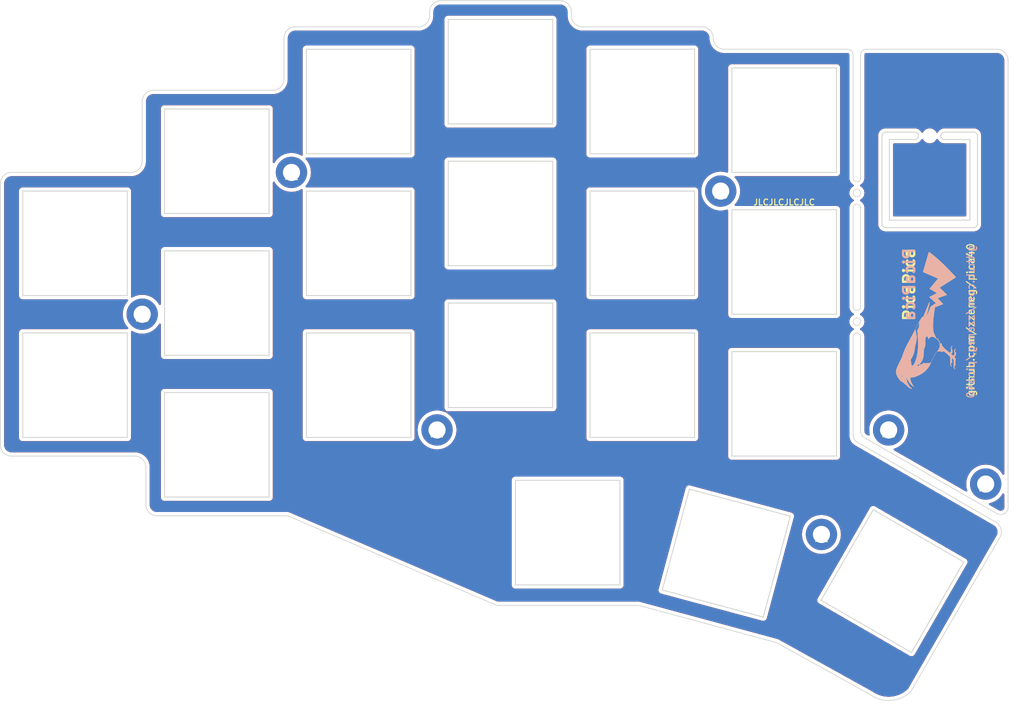
<source format=kicad_pcb>
(kicad_pcb (version 20211014) (generator pcbnew)
  (layers (0 "F.Cu" signal) (31 "B.Cu" signal) (34 "B.Paste" user) (35 "F.Paste" user) (36 "B.SilkS" user "B.Silkscreen") (37 "F.SilkS" user "F.Silkscreen") (38 "B.Mask" user) (39 "F.Mask" user) (44 "Edge.Cuts" user))
  (net 0 "")
  (footprint "kbd:SW_Hole" (layer "F.Cu") (at 135.5 99)
    (fp_text reference "SW13" hide)
    (fp_text value "SW_PUSH" hide)
    (fp_line (start -7 -7) (end -7 7) (layer "Edge.Cuts") (width 0.12))
    (fp_line (start -7 7) (end 7 7) (layer "Edge.Cuts") (width 0.12))
    (fp_line (start 7 7) (end 7 -7) (layer "Edge.Cuts") (width 0.12))
    (fp_line (start 7 -7) (end -7 -7) (layer "Edge.Cuts") (width 0.12))
  )
  (footprint "kbd:SW_Hole" (layer "F.Cu") (at 173.5 86.5)
    (fp_text reference "SW10" hide)
    (fp_text value "SW_PUSH" hide)
    (fp_line (start -7 -7) (end -7 7) (layer "Edge.Cuts") (width 0.12))
    (fp_line (start 7 -7) (end -7 -7) (layer "Edge.Cuts") (width 0.12))
    (fp_line (start 7 7) (end 7 -7) (layer "Edge.Cuts") (width 0.12))
    (fp_line (start -7 7) (end 7 7) (layer "Edge.Cuts") (width 0.12))
  )
  (footprint "kbd:SW_Hole" (layer "F.Cu") (at 97.5 111)
    (fp_text reference "SW11" hide)
    (fp_text value "SW_PUSH" hide)
    (fp_line (start -7 7) (end 7 7) (layer "Edge.Cuts") (width 0.12))
    (fp_line (start 7 7) (end 7 -7) (layer "Edge.Cuts") (width 0.12))
    (fp_line (start -7 -7) (end -7 7) (layer "Edge.Cuts") (width 0.12))
    (fp_line (start 7 -7) (end -7 -7) (layer "Edge.Cuts") (width 0.12))
  )
  (footprint "kbd:M2_Hole_TH" (layer "F.Cu") (at 187.5 109)
    (fp_text reference "H6" (at 0 0.5) (layer "F.SilkS"))
    (fp_text value "MountingHole")
    (pad "" thru_hole circle locked (at 0 0) (size 4.2 4.2) (drill 2.3) (layers *.Cu *.Mask))
  )
  (footprint "kbd:SW_Hole" (layer "F.Cu") (at 173.5 67.5)
    (fp_text reference "SW5" hide)
    (fp_text value "SW_PUSH" hide)
    (fp_line (start -7 7) (end 7 7) (layer "Edge.Cuts") (width 0.12))
    (fp_line (start 7 7) (end 7 -7) (layer "Edge.Cuts") (width 0.12))
    (fp_line (start 7 -7) (end -7 -7) (layer "Edge.Cuts") (width 0.12))
    (fp_line (start -7 -7) (end -7 7) (layer "Edge.Cuts") (width 0.12))
  )
  (footprint "kbd:SW_Hole" (layer "F.Cu") (at 116.5 103)
    (fp_text reference "SW12" hide)
    (fp_text value "SW_PUSH" hide)
    (fp_line (start -7 7) (end 7 7) (layer "Edge.Cuts") (width 0.12))
    (fp_line (start 7 7) (end 7 -7) (layer "Edge.Cuts") (width 0.12))
    (fp_line (start -7 -7) (end -7 7) (layer "Edge.Cuts") (width 0.12))
    (fp_line (start 7 -7) (end -7 -7) (layer "Edge.Cuts") (width 0.12))
  )
  (footprint "kbd:SW_Hole" (layer "F.Cu") (at 173.5 105.5)
    (fp_text reference "SW15" hide)
    (fp_text value "SW_PUSH" hide)
    (fp_line (start 7 -7) (end -7 -7) (layer "Edge.Cuts") (width 0.12))
    (fp_line (start -7 7) (end 7 7) (layer "Edge.Cuts") (width 0.12))
    (fp_line (start -7 -7) (end -7 7) (layer "Edge.Cuts") (width 0.12))
    (fp_line (start 7 7) (end 7 -7) (layer "Edge.Cuts") (width 0.12))
  )
  (footprint "kbd:M2_Hole_TH" (layer "F.Cu") (at 178.5 123)
    (fp_text reference "H2" (at 0 0.5) (layer "F.SilkS"))
    (fp_text value "MountingHole")
    (pad "" thru_hole circle locked (at 0 0) (size 4.2 4.2) (drill 2.3) (layers *.Cu *.Mask))
  )
  (footprint "kbd:SW_Hole" (layer "F.Cu") (at 116.5 65)
    (fp_text reference "SW2" hide)
    (fp_text value "SW_PUSH" hide)
    (fp_line (start 7 7) (end 7 -7) (layer "Edge.Cuts") (width 0.12))
    (fp_line (start -7 7) (end 7 7) (layer "Edge.Cuts") (width 0.12))
    (fp_line (start -7 -7) (end -7 7) (layer "Edge.Cuts") (width 0.12))
    (fp_line (start 7 -7) (end -7 -7) (layer "Edge.Cuts") (width 0.12))
  )
  (footprint "kbd:M2_Hole_TH" (layer "F.Cu") (at 87.5 93.5)
    (fp_text reference "H3" (at 0 0.5) (layer "F.SilkS"))
    (fp_text value "MountingHole")
    (pad "" thru_hole circle locked (at 0 0) (size 4.2 4.2) (drill 2.3) (layers *.Cu *.Mask))
  )
  (footprint "pica:EC11_Hole_Breakaway" (layer "F.Cu") (at 193 75.5 -90)
    (fp_text reference "RE1" hide)
    (fp_text value "RotaryEncoder_Switch" hide)
    (fp_line (start -5.4 5.4) (end -5.4 2) (layer "Edge.Cuts") (width 0.12))
    (fp_line (start -6.4 -5.9) (end -6.4 -2) (layer "Edge.Cuts") (width 0.12))
    (fp_line (start 5.9 6.4) (end -5.9 6.4) (layer "Edge.Cuts") (width 0.12))
    (fp_line (start -6.4 2) (end -6.4 5.9) (layer "Edge.Cuts") (width 0.12))
    (fp_line (start -5.9 -6.4) (end 5.9 -6.4) (layer "Edge.Cuts") (width 0.12))
    (fp_line (start 5.4 5.4) (end -5.4 5.4) (layer "Edge.Cuts") (width 0.12))
    (fp_line (start 6.4 5.9) (end 6.4 -5.9) (layer "Edge.Cuts") (width 0.12))
    (fp_line (start -5.4 -2) (end -5.4 -5.4) (layer "Edge.Cuts") (width 0.12))
    (fp_line (start -5.4 -5.4) (end 5.4 -5.4) (layer "Edge.Cuts") (width 0.12))
    (fp_line (start 5.4 -5.4) (end 5.4 5.4) (layer "Edge.Cuts") (width 0.12))
    (fp_arc (start 6.4 5.9) (mid 6.253553 6.253553) (end 5.9 6.4) (layer "Edge.Cuts") (width 0.12))
    (fp_arc (start -5.4 -2) (mid -5.9 -1.5) (end -6.4 -2) (layer "Edge.Cuts") (width 0.12))
    (fp_arc (start -6.4 2) (mid -5.9 1.5) (end -5.4 2) (layer "Edge.Cuts") (width 0.12))
    (fp_arc (start -6.4 -5.9) (mid -6.253553 -6.253553) (end -5.9 -6.4) (layer "Edge.Cuts") (width 0.12))
    (fp_arc (start -5.9 6.4) (mid -6.253553 6.253553) (end -6.4 5.9) (layer "Edge.Cuts") (width 0.12))
    (fp_arc (start 5.9 -6.4) (mid 6.253553 -6.253553) (end 6.4 -5.9) (layer "Edge.Cuts") (width 0.12))
    (pad "" np_thru_hole circle (at -5.9 0) (size 1 1) (drill 1) (layers F&B.Cu *.Mask))
  )
  (footprint "kbd:SW_Hole" (layer "F.Cu") (at 154.5 103)
    (fp_text reference "SW14" hide)
    (fp_text value "SW_PUSH" hide)
    (fp_line (start 7 -7) (end -7 -7) (layer "Edge.Cuts") (width 0.12))
    (fp_line (start -7 7) (end 7 7) (layer "Edge.Cuts") (width 0.12))
    (fp_line (start -7 -7) (end -7 7) (layer "Edge.Cuts") (width 0.12))
    (fp_line (start 7 7) (end 7 -7) (layer "Edge.Cuts") (width 0.12))
  )
  (footprint "pica:logo" (layer "F.Cu") (at 192.5 95.5 90)
    (fp_text reference "G***" hide)
    (fp_text value "LOGO" hide)
  )
  (footprint "kbd:SW_Hole" (layer "F.Cu") (at 165.75 125.5 -15)
    (fp_text reference "SW19" hide)
    (fp_text value "SW_PUSH" hide)
    (fp_line (start 7 -7) (end -7 -7) (layer "Edge.Cuts") (width 0.12))
    (fp_line (start -7 -7) (end -7 7) (layer "Edge.Cuts") (width 0.12))
    (fp_line (start -7 7) (end 7 7) (layer "Edge.Cuts") (width 0.12))
    (fp_line (start 7 7) (end 7 -7) (layer "Edge.Cuts") (width 0.12))
  )
  (footprint "kbd:SW_Hole" (layer "F.Cu") (at 154.5 65)
    (fp_text reference "SW4" hide)
    (fp_text value "SW_PUSH" hide)
    (fp_line (start -7 7) (end 7 7) (layer "Edge.Cuts") (width 0.12))
    (fp_line (start -7 -7) (end -7 7) (layer "Edge.Cuts") (width 0.12))
    (fp_line (start 7 -7) (end -7 -7) (layer "Edge.Cuts") (width 0.12))
    (fp_line (start 7 7) (end 7 -7) (layer "Edge.Cuts") (width 0.12))
  )
  (footprint "kbd:SW_Hole" (layer "F.Cu") (at 78.5 84)
    (fp_text reference "SW16" hide)
    (fp_text value "SW_PUSH" hide)
    (fp_line (start 7 7) (end 7 -7) (layer "Edge.Cuts") (width 0.12))
    (fp_line (start 7 -7) (end -7 -7) (layer "Edge.Cuts") (width 0.12))
    (fp_line (start -7 -7) (end -7 7) (layer "Edge.Cuts") (width 0.12))
    (fp_line (start -7 7) (end 7 7) (layer "Edge.Cuts") (width 0.12))
  )
  (footprint "kbd:SW_Hole" (layer "F.Cu") (at 188 129.25 60)
    (fp_text reference "SW20" hide)
    (fp_text value "SW_PUSH" hide)
    (fp_line (start 7 7) (end 7 -7) (layer "Edge.Cuts") (width 0.12))
    (fp_line (start -7 -7) (end -7 7) (layer "Edge.Cuts") (width 0.12))
    (fp_line (start 7 -7) (end -7 -7) (layer "Edge.Cuts") (width 0.12))
    (fp_line (start -7 7) (end 7 7) (layer "Edge.Cuts") (width 0.12))
  )
  (footprint "kbd:M2_Hole_TH" (layer "F.Cu") (at 165 77)
    (fp_text reference "H5" (at 0 0.5) (layer "F.SilkS"))
    (fp_text value "MountingHole")
    (pad "" thru_hole circle locked (at 0 0) (size 4.2 4.2) (drill 2.3) (layers *.Cu *.Mask))
  )
  (footprint "kbd:SW_Hole" (layer "F.Cu") (at 97.5 73)
    (fp_text reference "SW1" hide)
    (fp_text value "SW_PUSH" hide)
    (fp_line (start -7 -7) (end -7 7) (layer "Edge.Cuts") (width 0.12))
    (fp_line (start -7 7) (end 7 7) (layer "Edge.Cuts") (width 0.12))
    (fp_line (start 7 -7) (end -7 -7) (layer "Edge.Cuts") (width 0.12))
    (fp_line (start 7 7) (end 7 -7) (layer "Edge.Cuts") (width 0.12))
  )
  (footprint "kbd:SW_Hole" (layer "F.Cu") (at 135.5 61)
    (fp_text reference "SW3" hide)
    (fp_text value "SW_PUSH" hide)
    (fp_line (start -7 -7) (end -7 7) (layer "Edge.Cuts") (width 0.12))
    (fp_line (start -7 7) (end 7 7) (layer "Edge.Cuts") (width 0.12))
    (fp_line (start 7 7) (end 7 -7) (layer "Edge.Cuts") (width 0.12))
    (fp_line (start 7 -7) (end -7 -7) (layer "Edge.Cuts") (width 0.12))
  )
  (footprint "kbd:SW_Hole" (layer "F.Cu") (at 135.5 80)
    (fp_text reference "SW8" hide)
    (fp_text value "SW_PUSH" hide)
    (fp_line (start 7 -7) (end -7 -7) (layer "Edge.Cuts") (width 0.12))
    (fp_line (start -7 7) (end 7 7) (layer "Edge.Cuts") (width 0.12))
    (fp_line (start -7 -7) (end -7 7) (layer "Edge.Cuts") (width 0.12))
    (fp_line (start 7 7) (end 7 -7) (layer "Edge.Cuts") (width 0.12))
  )
  (footprint "kbd:M2_Hole_TH" (layer "F.Cu") (at 107.5 74.5)
    (fp_text reference "H1" (at 0 0.5) (layer "F.SilkS"))
    (fp_text value "MountingHole")
    (pad "" thru_hole circle locked (at 0 0) (size 4.2 4.2) (drill 2.3) (layers *.Cu *.Mask))
  )
  (footprint "kbd:M2_Hole_TH" (layer "F.Cu") (at 200.5 116.25)
    (fp_text reference "H7" (at 0 0.5) (layer "F.SilkS"))
    (fp_text value "MountingHole")
    (pad "" thru_hole circle locked (at 0 0) (size 4.2 4.2) (drill 2.3) (layers *.Cu *.Mask))
  )
  (footprint "kbd:SW_Hole" (layer "F.Cu") (at 116.5 84)
    (fp_text reference "SW7" hide)
    (fp_text value "SW_PUSH" hide)
    (fp_line (start 7 -7) (end -7 -7) (layer "Edge.Cuts") (width 0.12))
    (fp_line (start 7 7) (end 7 -7) (layer "Edge.Cuts") (width 0.12))
    (fp_line (start -7 -7) (end -7 7) (layer "Edge.Cuts") (width 0.12))
    (fp_line (start -7 7) (end 7 7) (layer "Edge.Cuts") (width 0.12))
  )
  (footprint "kbd:SW_Hole" (layer "F.Cu") (at 78.5 103)
    (fp_text reference "SW17" hide)
    (fp_text value "SW_PUSH" hide)
    (fp_line (start 7 -7) (end -7 -7) (layer "Edge.Cuts") (width 0.12))
    (fp_line (start -7 7) (end 7 7) (layer "Edge.Cuts") (width 0.12))
    (fp_line (start 7 7) (end 7 -7) (layer "Edge.Cuts") (width 0.12))
    (fp_line (start -7 -7) (end -7 7) (layer "Edge.Cuts") (width 0.12))
  )
  (footprint "kbd:SW_Hole" (layer "F.Cu") (at 144.5 122.75)
    (fp_text reference "SW18" hide)
    (fp_text value "SW_PUSH" hide)
    (fp_line (start 7 7) (end 7 -7) (layer "Edge.Cuts") (width 0.12))
    (fp_line (start -7 -7) (end -7 7) (layer "Edge.Cuts") (width 0.12))
    (fp_line (start -7 7) (end 7 7) (layer "Edge.Cuts") (width 0.12))
    (fp_line (start 7 -7) (end -7 -7) (layer "Edge.Cuts") (width 0.12))
  )
  (footprint "kbd:SW_Hole" (layer "F.Cu") (at 154.5 84)
    (fp_text reference "SW9" hide)
    (fp_text value "SW_PUSH" hide)
    (fp_line (start 7 7) (end 7 -7) (layer "Edge.Cuts") (width 0.12))
    (fp_line (start 7 -7) (end -7 -7) (layer "Edge.Cuts") (width 0.12))
    (fp_line (start -7 7) (end 7 7) (layer "Edge.Cuts") (width 0.12))
    (fp_line (start -7 -7) (end -7 7) (layer "Edge.Cuts") (width 0.12))
  )
  (footprint "kbd:SW_Hole" (layer "F.Cu") (at 97.5 92)
    (fp_text reference "SW6" hide)
    (fp_text value "SW_PUSH" hide)
    (fp_line (start -7 -7) (end -7 7) (layer "Edge.Cuts") (width 0.12))
    (fp_line (start 7 -7) (end -7 -7) (layer "Edge.Cuts") (width 0.12))
    (fp_line (start 7 7) (end 7 -7) (layer "Edge.Cuts") (width 0.12))
    (fp_line (start -7 7) (end 7 7) (layer "Edge.Cuts") (width 0.12))
  )
  (footprint "kbd:M2_Hole_TH" (layer "F.Cu") (at 127 109)
    (fp_text reference "H4" (at 0 0.5) (layer "F.SilkS"))
    (fp_text value "MountingHole")
    (pad "" thru_hole circle locked (at 0 0) (size 4.2 4.2) (drill 2.3) (layers *.Cu *.Mask))
  )
  (footprint "pica:logo_mirror" (layer "B.Cu") (at 192.5 95.5 -90)
    (fp_text reference "G***" hide)
    (fp_text value "LOGO" hide)
  )
  (gr_line (start 126 53) (end 126 53.5) (layer "Edge.Cuts") (width 0.1))
  (gr_line (start 145 53.5) (end 145 53) (layer "Edge.Cuts") (width 0.1))
  (gr_circle (center 183.25 94.5) (end 183.75 94.5) (layer "Edge.Cuts") (width 0.1) (fill none))
  (gr_line (start 190.5 144) (end 202.5 123.226436) (layer "Edge.Cuts") (width 0.1))
  (gr_line (start 89.5 120.5) (end 107 120.5) (layer "Edge.Cuts") (width 0.1))
  (gr_line (start 202 120.195426) (end 184.195299 110) (layer "Edge.Cuts") (width 0.1))
  (gr_arc (start 86.5 112.5) (mid 87.56066 112.93934) (end 88 114) (layer "Edge.Cuts") (width 0.1))
  (gr_arc (start 183.75 75.25) (mid 183.25 75.75) (end 182.75 75.25) (layer "Edge.Cuts") (width 0.1))
  (gr_line (start 87.5 65) (end 87.5 73) (layer "Edge.Cuts") (width 0.1))
  (gr_arc (start 87.5 65) (mid 87.93934 63.93934) (end 89 63.5) (layer "Edge.Cuts") (width 0.1))
  (gr_line (start 183.75 75.25) (end 183.75 58.75) (layer "Edge.Cuts") (width 0.1))
  (gr_line (start 143.5 51.5) (end 127.5 51.5) (layer "Edge.Cuts") (width 0.1))
  (gr_arc (start 202 121.435046) (mid 202.53931 122.25) (end 202.5 123.226436) (layer "Edge.Cuts") (width 0.1))
  (gr_arc (start 106.5 62) (mid 106.06066 63.06066) (end 105 63.5) (layer "Edge.Cuts") (width 0.1))
  (gr_line (start 107 120.5) (end 135 132.5) (layer "Edge.Cuts") (width 0.1))
  (gr_arc (start 202 58) (mid 203.06066 58.43934) (end 203.5 59.5) (layer "Edge.Cuts") (width 0.1))
  (gr_arc (start 68.5 76) (mid 68.93934 74.93934) (end 70 74.5) (layer "Edge.Cuts") (width 0.1))
  (gr_line (start 203.5 119.563489) (end 203.5 59.5) (layer "Edge.Cuts") (width 0.1))
  (gr_line (start 183.75 96.5) (end 183.75 109.167951) (layer "Edge.Cuts") (width 0.1))
  (gr_line (start 108.5 55) (end 108 55) (layer "Edge.Cuts") (width 0.1))
  (gr_arc (start 183.75 58.75) (mid 183.96967 58.21967) (end 184.5 58) (layer "Edge.Cuts") (width 0.1))
  (gr_arc (start 183.1953 110.582049) (mid 182.868326 110.221857) (end 182.750001 109.75) (layer "Edge.Cuts") (width 0.1))
  (gr_arc (start 89.5 120.5) (mid 88.43934 120.06066) (end 88 119) (layer "Edge.Cuts") (width 0.1))
  (gr_arc (start 165.5 58) (mid 164.43934 57.56066) (end 164 56.5) (layer "Edge.Cuts") (width 0.1))
  (gr_arc (start 184.195299 110) (mid 183.868323 109.639809) (end 183.75 109.167951) (layer "Edge.Cuts") (width 0.1))
  (gr_line (start 184.5 58) (end 202 58) (layer "Edge.Cuts") (width 0.1))
  (gr_arc (start 70 112.5) (mid 68.93934 112.06066) (end 68.5 111) (layer "Edge.Cuts") (width 0.1))
  (gr_line (start 105 63.5) (end 89 63.5) (layer "Edge.Cuts") (width 0.1))
  (gr_arc (start 183.75 92.5) (mid 183.25 93) (end 182.75 92.5) (layer "Edge.Cuts") (width 0.1))
  (gr_line (start 88 114) (end 88 119) (layer "Edge.Cuts") (width 0.1))
  (gr_line (start 106.5 56.5) (end 106.5 62) (layer "Edge.Cuts") (width 0.1))
  (gr_arc (start 190.5 144) (mid 187.849935 145.228185) (end 185.034016 144.452378) (layer "Edge.Cuts") (width 0.1))
  (gr_line (start 124.5 55) (end 108.5 55) (layer "Edge.Cuts") (width 0.1))
  (gr_arc (start 143.5 51.5) (mid 144.56066 51.93934) (end 145 53) (layer "Edge.Cuts") (width 0.1))
  (gr_line (start 182 58) (end 165.5 58) (layer "Edge.Cuts") (width 0.1))
  (gr_line (start 183.1953 110.582049) (end 202 121.435046) (layer "Edge.Cuts") (width 0.1))
  (gr_line (start 183.75 79.25) (end 183.75 92.5) (layer "Edge.Cuts") (width 0.1))
  (gr_line (start 154 132.5) (end 135 132.5) (layer "Edge.Cuts") (width 0.1))
  (gr_line (start 86 74.5) (end 70 74.5) (layer "Edge.Cuts") (width 0.1))
  (gr_arc (start 87.5 73) (mid 87.06066 74.06066) (end 86 74.5) (layer "Edge.Cuts") (width 0.1))
  (gr_arc (start 146.5 55) (mid 145.43934 54.56066) (end 145 53.5) (layer "Edge.Cuts") (width 0.1))
  (gr_arc (start 126 53.5) (mid 125.56066 54.56066) (end 124.5 55) (layer "Edge.Cuts") (width 0.1))
  (gr_arc (start 126 53) (mid 126.43934 51.93934) (end 127.5 51.5) (layer "Edge.Cuts") (width 0.1))
  (gr_circle (center 183.25 77.25) (end 183.75 77.25) (layer "Edge.Cuts") (width 0.1) (fill none))
  (gr_line (start 70 112.5) (end 86.5 112.5) (layer "Edge.Cuts") (width 0.1))
  (gr_line (start 182.75 75.25) (end 182.75 58.75) (layer "Edge.Cuts") (width 0.1))
  (gr_line (start 182.75 96.5) (end 182.750001 109.75) (layer "Edge.Cuts") (width 0.1))
  (gr_arc (start 182 58) (mid 182.53033 58.21967) (end 182.75 58.75) (layer "Edge.Cuts") (width 0.1))
  (gr_arc (start 162.5 55) (mid 163.56066 55.43934) (end 164 56.5) (layer "Edge.Cuts") (width 0.1))
  (gr_line (start 182.75 79.25) (end 182.75 92.5) (layer "Edge.Cuts") (width 0.1))
  (gr_arc (start 203.5 119.563489) (mid 202.906106 120.249977) (end 202 120.195426) (layer "Edge.Cuts") (width 0.1))
  (gr_line (start 185.034016 144.452378) (end 172.5 137.5) (layer "Edge.Cuts") (width 0.1))
  (gr_line (start 162.5 55) (end 146.5 55) (layer "Edge.Cuts") (width 0.1))
  (gr_arc (start 106.5 56.5) (mid 106.93934 55.43934) (end 108 55) (layer "Edge.Cuts") (width 0.1))
  (gr_line (start 68.5 76) (end 68.5 111) (layer "Edge.Cuts") (width 0.1))
  (gr_arc (start 182.75 96.5) (mid 183.25 96) (end 183.75 96.5) (layer "Edge.Cuts") (width 0.1))
  (gr_line (start 154 132.5) (end 172.5 137.5) (layer "Edge.Cuts") (width 0.1))
  (gr_arc (start 182.75 79.25) (mid 183.25 78.75) (end 183.75 79.25) (layer "Edge.Cuts") (width 0.1))
  (gr_text "PicaPica" (at 190.25 89.5 90) (layer "B.SilkS") (effects (font (size 1.5 1.5) (thickness 0.3)) (justify mirror)))
  (gr_text "github.com/zzeneg/pica40" (at 198.5 94.5 90) (layer "B.SilkS") (effects (font (size 1 1)) (justify mirror)))
  (gr_text "PicaPica" (at 190.25 89.5 90) (layer "F.SilkS") (effects (font (size 1.5 1.5) (thickness 0.3))))
  (gr_text "JLCJLCJLCJLC" (at 173.5 78.5) (layer "F.SilkS") (effects (font (size 0.8 0.8))))
  (gr_text "github.com/zzeneg/pica40" (at 198.5 94.25 90) (layer "F.SilkS") (effects (font (size 1 1))))
  (zone (net 0) (net_name "") (layer "F.Cu") (connect_pads (clearance 0.508)) (min_thickness 0.254) (fill yes (thermal_gap 0.508) (thermal_bridge_width 0.508))
    (polygon (pts (xy 146.5 55) (xy 164 55) (xy 165.5 58) (xy 203.5 58) (xy 203.5 121.5) (xy 189 146.5) (xy 172.5 137.5) (xy 154 132.5) (xy 135 132.5) (xy 107 120.5) (xy 88 120.5) (xy 88 114) (xy 86.5 112.5) (xy 68.5 112.5) (xy 68.5 74.5) (xy 86 74.5) (xy 87.5 73) (xy 87.5 63.5) (xy 105 63.5) (xy 106.5 62) (xy 106.5 55) (xy 124.5 55) (xy 126 51.5) (xy 145 51.5)))
  )
  (zone (net 0) (net_name "") (layers F&B.Cu) (connect_pads (clearance 0.508)) (min_thickness 0.254) (fill yes (thermal_gap 0.508) (thermal_bridge_width 0.508))
    (polygon (pts (xy 146.5 55) (xy 164 55) (xy 165.5 58) (xy 203.5 58) (xy 203.5 121.5) (xy 189 146.5) (xy 172.5 137.5) (xy 154 132.5) (xy 135 132.5) (xy 107 120.5) (xy 88 120.5) (xy 88 114) (xy 86.5 112.5) (xy 68.5 112.5) (xy 68.5 74.5) (xy 86 74.5) (xy 87.5 73) (xy 87.5 63.5) (xy 105 63.5) (xy 106.5 62) (xy 106.5 55) (xy 124.5 55) (xy 126 51.5) (xy 145 51.5)))
  )
)
</source>
